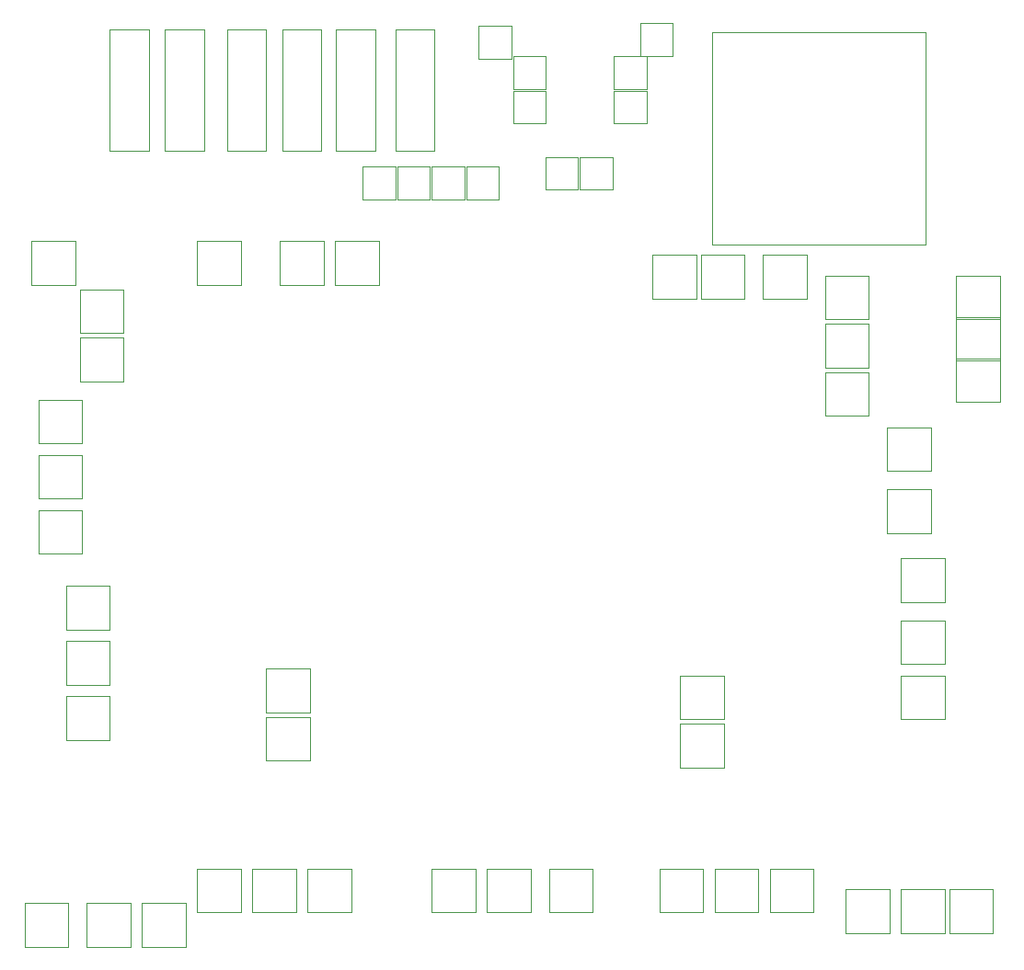
<source format=gbr>
%TF.GenerationSoftware,KiCad,Pcbnew,(5.1.9)-1*%
%TF.CreationDate,2021-04-12T23:14:19+02:00*%
%TF.ProjectId,Version1Male,56657273-696f-46e3-914d-616c652e6b69,rev?*%
%TF.SameCoordinates,Original*%
%TF.FileFunction,Other,User*%
%FSLAX46Y46*%
G04 Gerber Fmt 4.6, Leading zero omitted, Abs format (unit mm)*
G04 Created by KiCad (PCBNEW (5.1.9)-1) date 2021-04-12 23:14:19*
%MOMM*%
%LPD*%
G01*
G04 APERTURE LIST*
%ADD10C,0.050000*%
G04 APERTURE END LIST*
D10*
%TO.C,TP43*%
X181515000Y-76105000D02*
X181515000Y-80105000D01*
X181515000Y-76105000D02*
X185515000Y-76105000D01*
X185515000Y-80105000D02*
X181515000Y-80105000D01*
X185515000Y-80105000D02*
X185515000Y-76105000D01*
%TO.C,TP42*%
X181515000Y-72295000D02*
X181515000Y-76295000D01*
X181515000Y-72295000D02*
X185515000Y-72295000D01*
X185515000Y-76295000D02*
X181515000Y-76295000D01*
X185515000Y-76295000D02*
X185515000Y-72295000D01*
%TO.C,TP41*%
X181515000Y-68485000D02*
X181515000Y-72485000D01*
X181515000Y-68485000D02*
X185515000Y-68485000D01*
X185515000Y-72485000D02*
X181515000Y-72485000D01*
X185515000Y-72485000D02*
X185515000Y-68485000D01*
%TO.C,TP40*%
X179165000Y-88170000D02*
X175165000Y-88170000D01*
X179165000Y-88170000D02*
X179165000Y-92170000D01*
X175165000Y-92170000D02*
X175165000Y-88170000D01*
X175165000Y-92170000D02*
X179165000Y-92170000D01*
%TO.C,TP39*%
X179165000Y-82455000D02*
X175165000Y-82455000D01*
X179165000Y-82455000D02*
X179165000Y-86455000D01*
X175165000Y-86455000D02*
X175165000Y-82455000D01*
X175165000Y-86455000D02*
X179165000Y-86455000D01*
%TO.C,TP38*%
X118015000Y-108680000D02*
X122015000Y-108680000D01*
X118015000Y-108680000D02*
X118015000Y-104680000D01*
X122015000Y-104680000D02*
X122015000Y-108680000D01*
X122015000Y-104680000D02*
X118015000Y-104680000D01*
X118015000Y-113125000D02*
X122015000Y-113125000D01*
X118015000Y-113125000D02*
X118015000Y-109125000D01*
X122015000Y-109125000D02*
X122015000Y-113125000D01*
X122015000Y-109125000D02*
X118015000Y-109125000D01*
%TO.C,TP37*%
X156115000Y-109315000D02*
X160115000Y-109315000D01*
X156115000Y-109315000D02*
X156115000Y-105315000D01*
X160115000Y-105315000D02*
X160115000Y-109315000D01*
X160115000Y-105315000D02*
X156115000Y-105315000D01*
X156115000Y-113760000D02*
X160115000Y-113760000D01*
X156115000Y-113760000D02*
X156115000Y-109760000D01*
X160115000Y-109760000D02*
X160115000Y-113760000D01*
X160115000Y-109760000D02*
X156115000Y-109760000D01*
%TO.C,TP36*%
X169450000Y-68485000D02*
X169450000Y-72485000D01*
X169450000Y-68485000D02*
X173450000Y-68485000D01*
X173450000Y-72485000D02*
X169450000Y-72485000D01*
X173450000Y-72485000D02*
X173450000Y-68485000D01*
%TO.C,TP35*%
X169450000Y-72930000D02*
X169450000Y-76930000D01*
X169450000Y-72930000D02*
X173450000Y-72930000D01*
X173450000Y-76930000D02*
X169450000Y-76930000D01*
X173450000Y-76930000D02*
X173450000Y-72930000D01*
%TO.C,TP34*%
X169450000Y-77375000D02*
X169450000Y-81375000D01*
X169450000Y-77375000D02*
X173450000Y-77375000D01*
X173450000Y-81375000D02*
X169450000Y-81375000D01*
X173450000Y-81375000D02*
X173450000Y-77375000D01*
%TO.C,TP33*%
X111665000Y-65310000D02*
X111665000Y-69310000D01*
X111665000Y-65310000D02*
X115665000Y-65310000D01*
X115665000Y-69310000D02*
X111665000Y-69310000D01*
X115665000Y-69310000D02*
X115665000Y-65310000D01*
%TO.C,TP32*%
X119285000Y-65310000D02*
X119285000Y-69310000D01*
X119285000Y-65310000D02*
X123285000Y-65310000D01*
X123285000Y-69310000D02*
X119285000Y-69310000D01*
X123285000Y-69310000D02*
X123285000Y-65310000D01*
%TO.C,TP31*%
X124365000Y-65310000D02*
X124365000Y-69310000D01*
X124365000Y-65310000D02*
X128365000Y-65310000D01*
X128365000Y-69310000D02*
X124365000Y-69310000D01*
X128365000Y-69310000D02*
X128365000Y-65310000D01*
%TO.C,TP30*%
X163735000Y-66580000D02*
X163735000Y-70580000D01*
X163735000Y-66580000D02*
X167735000Y-66580000D01*
X167735000Y-70580000D02*
X163735000Y-70580000D01*
X167735000Y-70580000D02*
X167735000Y-66580000D01*
%TO.C,TP29*%
X158020000Y-66580000D02*
X158020000Y-70580000D01*
X158020000Y-66580000D02*
X162020000Y-66580000D01*
X162020000Y-70580000D02*
X158020000Y-70580000D01*
X162020000Y-70580000D02*
X162020000Y-66580000D01*
%TO.C,TP28*%
X153575000Y-66580000D02*
X153575000Y-70580000D01*
X153575000Y-66580000D02*
X157575000Y-66580000D01*
X157575000Y-70580000D02*
X153575000Y-70580000D01*
X157575000Y-70580000D02*
X157575000Y-66580000D01*
%TO.C,TP27*%
X100425000Y-65310000D02*
X96425000Y-65310000D01*
X100425000Y-65310000D02*
X100425000Y-69310000D01*
X96425000Y-69310000D02*
X96425000Y-65310000D01*
X96425000Y-69310000D02*
X100425000Y-69310000D01*
%TO.C,TP26*%
X100870000Y-69755000D02*
X100870000Y-73755000D01*
X100870000Y-69755000D02*
X104870000Y-69755000D01*
X104870000Y-73755000D02*
X100870000Y-73755000D01*
X104870000Y-73755000D02*
X104870000Y-69755000D01*
%TO.C,TP25*%
X100870000Y-74200000D02*
X100870000Y-78200000D01*
X100870000Y-74200000D02*
X104870000Y-74200000D01*
X104870000Y-78200000D02*
X100870000Y-78200000D01*
X104870000Y-78200000D02*
X104870000Y-74200000D01*
%TO.C,TP24*%
X97060000Y-79915000D02*
X97060000Y-83915000D01*
X97060000Y-79915000D02*
X101060000Y-79915000D01*
X101060000Y-83915000D02*
X97060000Y-83915000D01*
X101060000Y-83915000D02*
X101060000Y-79915000D01*
%TO.C,TP23*%
X97060000Y-84995000D02*
X97060000Y-88995000D01*
X97060000Y-84995000D02*
X101060000Y-84995000D01*
X101060000Y-88995000D02*
X97060000Y-88995000D01*
X101060000Y-88995000D02*
X101060000Y-84995000D01*
%TO.C,TP22*%
X97060000Y-90075000D02*
X97060000Y-94075000D01*
X97060000Y-90075000D02*
X101060000Y-90075000D01*
X101060000Y-94075000D02*
X97060000Y-94075000D01*
X101060000Y-94075000D02*
X101060000Y-90075000D01*
%TO.C,TP21*%
X99600000Y-97060000D02*
X99600000Y-101060000D01*
X99600000Y-97060000D02*
X103600000Y-97060000D01*
X103600000Y-101060000D02*
X99600000Y-101060000D01*
X103600000Y-101060000D02*
X103600000Y-97060000D01*
%TO.C,TP20*%
X99600000Y-102140000D02*
X99600000Y-106140000D01*
X99600000Y-102140000D02*
X103600000Y-102140000D01*
X103600000Y-106140000D02*
X99600000Y-106140000D01*
X103600000Y-106140000D02*
X103600000Y-102140000D01*
%TO.C,TP19*%
X99600000Y-107220000D02*
X99600000Y-111220000D01*
X99600000Y-107220000D02*
X103600000Y-107220000D01*
X103600000Y-111220000D02*
X99600000Y-111220000D01*
X103600000Y-111220000D02*
X103600000Y-107220000D01*
%TO.C,TP18*%
X106585000Y-126270000D02*
X106585000Y-130270000D01*
X106585000Y-126270000D02*
X110585000Y-126270000D01*
X110585000Y-130270000D02*
X106585000Y-130270000D01*
X110585000Y-130270000D02*
X110585000Y-126270000D01*
%TO.C,TP17*%
X101505000Y-126270000D02*
X101505000Y-130270000D01*
X101505000Y-126270000D02*
X105505000Y-126270000D01*
X105505000Y-130270000D02*
X101505000Y-130270000D01*
X105505000Y-130270000D02*
X105505000Y-126270000D01*
%TO.C,TP16*%
X95790000Y-126270000D02*
X95790000Y-130270000D01*
X95790000Y-126270000D02*
X99790000Y-126270000D01*
X99790000Y-130270000D02*
X95790000Y-130270000D01*
X99790000Y-130270000D02*
X99790000Y-126270000D01*
%TO.C,TP15*%
X176435000Y-94520000D02*
X176435000Y-98520000D01*
X176435000Y-94520000D02*
X180435000Y-94520000D01*
X180435000Y-98520000D02*
X176435000Y-98520000D01*
X180435000Y-98520000D02*
X180435000Y-94520000D01*
%TO.C,TP14*%
X176435000Y-100235000D02*
X176435000Y-104235000D01*
X176435000Y-100235000D02*
X180435000Y-100235000D01*
X180435000Y-104235000D02*
X176435000Y-104235000D01*
X180435000Y-104235000D02*
X180435000Y-100235000D01*
%TO.C,TP13*%
X176435000Y-105315000D02*
X176435000Y-109315000D01*
X176435000Y-105315000D02*
X180435000Y-105315000D01*
X180435000Y-109315000D02*
X176435000Y-109315000D01*
X180435000Y-109315000D02*
X180435000Y-105315000D01*
%TO.C,TP12*%
X180880000Y-125000000D02*
X180880000Y-129000000D01*
X180880000Y-125000000D02*
X184880000Y-125000000D01*
X184880000Y-129000000D02*
X180880000Y-129000000D01*
X184880000Y-129000000D02*
X184880000Y-125000000D01*
%TO.C,TP11*%
X176435000Y-125000000D02*
X176435000Y-129000000D01*
X176435000Y-125000000D02*
X180435000Y-125000000D01*
X180435000Y-129000000D02*
X176435000Y-129000000D01*
X180435000Y-129000000D02*
X180435000Y-125000000D01*
%TO.C,TP10*%
X175355000Y-125000000D02*
X171355000Y-125000000D01*
X175355000Y-125000000D02*
X175355000Y-129000000D01*
X171355000Y-129000000D02*
X171355000Y-125000000D01*
X171355000Y-129000000D02*
X175355000Y-129000000D01*
%TO.C,TP9*%
X168370000Y-123095000D02*
X164370000Y-123095000D01*
X168370000Y-123095000D02*
X168370000Y-127095000D01*
X164370000Y-127095000D02*
X164370000Y-123095000D01*
X164370000Y-127095000D02*
X168370000Y-127095000D01*
%TO.C,TP8*%
X163290000Y-123095000D02*
X159290000Y-123095000D01*
X163290000Y-123095000D02*
X163290000Y-127095000D01*
X159290000Y-127095000D02*
X159290000Y-123095000D01*
X159290000Y-127095000D02*
X163290000Y-127095000D01*
%TO.C,TP7*%
X158210000Y-123095000D02*
X154210000Y-123095000D01*
X158210000Y-123095000D02*
X158210000Y-127095000D01*
X154210000Y-127095000D02*
X154210000Y-123095000D01*
X154210000Y-127095000D02*
X158210000Y-127095000D01*
%TO.C,TP6*%
X144050000Y-123095000D02*
X144050000Y-127095000D01*
X144050000Y-123095000D02*
X148050000Y-123095000D01*
X148050000Y-127095000D02*
X144050000Y-127095000D01*
X148050000Y-127095000D02*
X148050000Y-123095000D01*
%TO.C,TP5*%
X138335000Y-123095000D02*
X138335000Y-127095000D01*
X138335000Y-123095000D02*
X142335000Y-123095000D01*
X142335000Y-127095000D02*
X138335000Y-127095000D01*
X142335000Y-127095000D02*
X142335000Y-123095000D01*
%TO.C,TP4*%
X133255000Y-123095000D02*
X133255000Y-127095000D01*
X133255000Y-123095000D02*
X137255000Y-123095000D01*
X137255000Y-127095000D02*
X133255000Y-127095000D01*
X137255000Y-127095000D02*
X137255000Y-123095000D01*
%TO.C,TP3*%
X121825000Y-123095000D02*
X121825000Y-127095000D01*
X121825000Y-123095000D02*
X125825000Y-123095000D01*
X125825000Y-127095000D02*
X121825000Y-127095000D01*
X125825000Y-127095000D02*
X125825000Y-123095000D01*
%TO.C,TP2*%
X116745000Y-123095000D02*
X116745000Y-127095000D01*
X116745000Y-123095000D02*
X120745000Y-123095000D01*
X120745000Y-127095000D02*
X116745000Y-127095000D01*
X120745000Y-127095000D02*
X120745000Y-123095000D01*
%TO.C,TP1*%
X111665000Y-123095000D02*
X111665000Y-127095000D01*
X111665000Y-123095000D02*
X115665000Y-123095000D01*
X115665000Y-127095000D02*
X111665000Y-127095000D01*
X115665000Y-127095000D02*
X115665000Y-123095000D01*
%TO.C,TP44*%
X129897000Y-58444000D02*
X126897000Y-58444000D01*
X129897000Y-58444000D02*
X129897000Y-61444000D01*
X126897000Y-61444000D02*
X126897000Y-58444000D01*
X126897000Y-61444000D02*
X129897000Y-61444000D01*
%TO.C,J8*%
X103610000Y-45825000D02*
X107210000Y-45825000D01*
X103610000Y-57025000D02*
X103610000Y-45825000D01*
X107210000Y-57025000D02*
X103610000Y-57025000D01*
X107210000Y-45825000D02*
X107210000Y-57025000D01*
%TO.C,J13*%
X119485000Y-45825000D02*
X123085000Y-45825000D01*
X119485000Y-57025000D02*
X119485000Y-45825000D01*
X123085000Y-57025000D02*
X119485000Y-57025000D01*
X123085000Y-45825000D02*
X123085000Y-57025000D01*
%TO.C,J11*%
X114405000Y-45825000D02*
X118005000Y-45825000D01*
X114405000Y-57025000D02*
X114405000Y-45825000D01*
X118005000Y-57025000D02*
X114405000Y-57025000D01*
X118005000Y-45825000D02*
X118005000Y-57025000D01*
%TO.C,J10*%
X108690000Y-45825000D02*
X112290000Y-45825000D01*
X108690000Y-57025000D02*
X108690000Y-45825000D01*
X112290000Y-57025000D02*
X108690000Y-57025000D01*
X112290000Y-45825000D02*
X112290000Y-57025000D01*
%TO.C,J49*%
X159010000Y-65655000D02*
X178660000Y-65655000D01*
X159010000Y-46105000D02*
X159010000Y-65655000D01*
X178660000Y-46105000D02*
X159010000Y-46105000D01*
X178660000Y-65655000D02*
X178660000Y-46105000D01*
%TO.C,TP55*%
X155424000Y-48236000D02*
X155424000Y-45236000D01*
X155424000Y-48236000D02*
X152424000Y-48236000D01*
X152424000Y-45236000D02*
X155424000Y-45236000D01*
X152424000Y-45236000D02*
X152424000Y-48236000D01*
%TO.C,TP54*%
X149877243Y-60570483D02*
X149877243Y-57570483D01*
X149877243Y-60570483D02*
X146877243Y-60570483D01*
X146877243Y-57570483D02*
X149877243Y-57570483D01*
X146877243Y-57570483D02*
X146877243Y-60570483D01*
%TO.C,TP53*%
X146702243Y-60570483D02*
X146702243Y-57570483D01*
X146702243Y-60570483D02*
X143702243Y-60570483D01*
X143702243Y-57570483D02*
X146702243Y-57570483D01*
X143702243Y-57570483D02*
X143702243Y-60570483D01*
%TO.C,TP52*%
X153011000Y-51284000D02*
X153011000Y-48284000D01*
X153011000Y-51284000D02*
X150011000Y-51284000D01*
X150011000Y-48284000D02*
X153011000Y-48284000D01*
X150011000Y-48284000D02*
X150011000Y-51284000D01*
%TO.C,TP51*%
X153011000Y-54459000D02*
X153011000Y-51459000D01*
X153011000Y-54459000D02*
X150011000Y-54459000D01*
X150011000Y-51459000D02*
X153011000Y-51459000D01*
X150011000Y-51459000D02*
X150011000Y-54459000D01*
%TO.C,TP50*%
X140740000Y-51459000D02*
X140740000Y-54459000D01*
X140740000Y-51459000D02*
X143740000Y-51459000D01*
X143740000Y-54459000D02*
X140740000Y-54459000D01*
X143740000Y-54459000D02*
X143740000Y-51459000D01*
%TO.C,TP49*%
X140740000Y-48284000D02*
X140740000Y-51284000D01*
X140740000Y-48284000D02*
X143740000Y-48284000D01*
X143740000Y-51284000D02*
X140740000Y-51284000D01*
X143740000Y-51284000D02*
X143740000Y-48284000D01*
%TO.C,TP48*%
X140565000Y-48490000D02*
X140565000Y-45490000D01*
X140565000Y-48490000D02*
X137565000Y-48490000D01*
X137565000Y-45490000D02*
X140565000Y-45490000D01*
X137565000Y-45490000D02*
X137565000Y-48490000D01*
%TO.C,TP47*%
X136422000Y-61444000D02*
X139422000Y-61444000D01*
X136422000Y-61444000D02*
X136422000Y-58444000D01*
X139422000Y-58444000D02*
X139422000Y-61444000D01*
X139422000Y-58444000D02*
X136422000Y-58444000D01*
%TO.C,TP46*%
X133247000Y-61444000D02*
X136247000Y-61444000D01*
X133247000Y-61444000D02*
X133247000Y-58444000D01*
X136247000Y-58444000D02*
X136247000Y-61444000D01*
X136247000Y-58444000D02*
X133247000Y-58444000D01*
%TO.C,TP45*%
X133072000Y-58444000D02*
X130072000Y-58444000D01*
X133072000Y-58444000D02*
X133072000Y-61444000D01*
X130072000Y-61444000D02*
X130072000Y-58444000D01*
X130072000Y-61444000D02*
X133072000Y-61444000D01*
%TO.C,J16*%
X129890000Y-45825000D02*
X133490000Y-45825000D01*
X129890000Y-57025000D02*
X129890000Y-45825000D01*
X133490000Y-57025000D02*
X129890000Y-57025000D01*
X133490000Y-45825000D02*
X133490000Y-57025000D01*
%TO.C,J5*%
X124425000Y-45775000D02*
X128025000Y-45775000D01*
X124425000Y-56975000D02*
X124425000Y-45775000D01*
X128025000Y-56975000D02*
X124425000Y-56975000D01*
X128025000Y-45775000D02*
X128025000Y-56975000D01*
%TD*%
M02*

</source>
